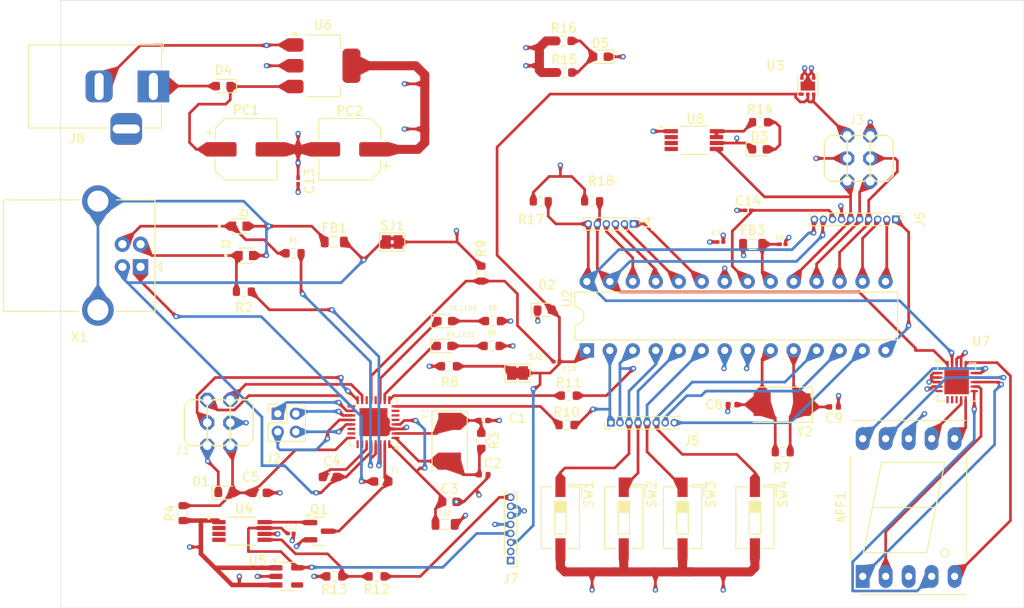
<source format=kicad_pcb>
(kicad_pcb (version 20240108) (generator "pcbnew") (generator_version "8.0")
  (layers (0 "F.Cu" signal) (1 "In1.Cu" signal "GND") (2 "In2.Cu" signal "VCC") (31 "B.Cu" signal) (34 "B.Paste" user) (35 "F.Paste" user) (36 "B.SilkS" user "B.Silkscreen") (37 "F.SilkS" user "F.Silkscreen") (38 "B.Mask" user) (39 "F.Mask" user) (44 "Edge.Cuts" user))
  (net 0 "")
  (net 1 "/DISP G")
  (net 2 "/DISP DP")
  (net 3 "/DISP A")
  (net 4 "/DISP B")
  (net 5 "/DISP D")
  (net 7 "/DISP C")
  (net 8 "+5V")
  (net 9 "/DISP E")
  (net 10 "/DISP F")
  (net 11 "Net-(U1-PC0{slash}XTAL2)")
  (net 12 "GND")
  (net 14 "Net-(U1-XTAL1)")
  (net 15 "Net-(U1-AVCC)")
  (net 16 "/TP_UVAC")
  (net 17 "/UGND")
  (net 18 "/RESET2")
  (net 19 "/AVCC")
  (net 20 "Net-(U2-XTAL1{slash}PB6)")
  (net 21 "Net-(U2-XTAL2{slash}PB7)")
  (net 22 "/RESET")
  (net 23 "Net-(U1-~{HWB}{slash}PD7)")
  (net 24 "/+3V3")
  (net 25 "/AREF")
  (net 26 "Net-(D3-A)")
  (net 28 "Net-(D4-K)")
  (net 29 "Net-(D4-A)")
  (net 30 "Net-(D5-A)")
  (net 31 "Net-(X1-VBUS)")
  (net 32 "/USBVCC")
  (net 33 "Net-(X1-Shield)")
  (net 34 "/MISO2")
  (net 35 "/MOSI2")
  (net 36 "/SCK2")
  (net 37 "/PB6")
  (net 38 "/PB5")
  (net 39 "/PB7")
  (net 40 "/PB4")
  (net 41 "/SCK")
  (net 42 "/MOSI")
  (net 43 "/MISO")
  (net 44 "/SDA{slash}AD4")
  (net 45 "/AD0")
  (net 46 "/AD1")
  (net 47 "/AD3")
  (net 48 "/AD2")
  (net 49 "/SCL{slash}AD5")
  (net 50 "/IO3")
  (net 51 "/IO5")
  (net 52 "/IO0")
  (net 53 "/IO2")
  (net 54 "/IO6")
  (net 55 "/IO4")
  (net 56 "/IO1")
  (net 57 "/IO7")
  (net 58 "/IO9")
  (net 59 "/IO8")
  (net 60 "/SS")
  (net 62 "/VIN")
  (net 63 "Net-(Q1-G)")
  (net 64 "/RD+")
  (net 65 "Net-(X1-D+)")
  (net 66 "/RD-")
  (net 67 "Net-(X1-D-)")
  (net 68 "Net-(RX_LED1-A)")
  (net 69 "Net-(TX_LED1-A)")
  (net 70 "/M8TXD")
  (net 71 "/M8RXD")
  (net 72 "Net-(U4-+)")
  (net 73 "Net-(U8--)")
  (net 74 "/RXLED")
  (net 75 "/TXLED")
  (footprint "footprit_knjiznica:SOP65P490X110-8N" (layer "F.Cu") (at 80.25 142)
    (property "Reference" "U4")
    (property "Value" "LMV358IDGKR" (hide yes))
  )
  (footprint "Resistor_SMD:R_0603_1608Metric" (layer "F.Cu") (at 115.925 91.25)
    (property "Reference" "R15")
    (property "Value" "1k" (hide yes))
  )
  (footprint "Package_DFN_QFN:QFN-32-1EP_5x5mm_P0.5mm_EP3.1x3.1mm" (layer "F.Cu") (at 94.83 129.9375 180)
    (property "Reference" "U1" (hide yes))
    (property "Value" "ATmega16U2-M" (hide yes))
  )
  (footprint "footprit_knjiznica:SOP65P490X110-8N" (layer "F.Cu") (at 130.25 98.75)
    (property "Reference" "U8")
    (property "Value" "LMV358IDGKR" (hide yes))
  )
  (footprint "Package_DIP:DIP-28_W7.62mm" (layer "F.Cu") (at 118.42 122 90)
    (property "Reference" "U2")
    (property "Value" "ATmega328P-P" (hide yes))
  )
  (footprint "Connector_PinHeader_2.00mm:PinHeader_2x02_P2.00mm_Vertical" (layer "F.Cu") (at 84.25 129)
    (property "Reference" "J2")
    (property "Value" "Conn_02x02_Counter_Clockwise" (hide yes))
  )
  (footprint "Resistor_SMD:R_0603_1608Metric" (layer "F.Cu") (at 116.425 127)
    (property "Reference" "R11")
    (property "Value" "1k" (hide yes))
  )
  (footprint "Diode_SMD:D_0603_1608Metric" (layer "F.Cu") (at 78.4625 137.75)
    (property "Reference" "D1")
    (property "Value" "D" (hide yes))
  )
  (footprint "Capacitor_SMD:C_0201_0603Metric" (layer "F.Cu") (at 86.5 103.25 90)
    (property "Reference" "C13")
    (property "Value" "100n" (hide yes))
  )
  (footprint "Capacitor_SMD:C_0402_1005Metric" (layer "F.Cu") (at 145.75 128.25 180)
    (property "Reference" "C9")
    (property "Value" "22p" (hide yes))
  )
  (footprint "LED_SMD:LED_0603_1608Metric" (layer "F.Cu") (at 102.7125 118.75)
    (property "Reference" "TX_LED1")
    (property "Value" "BLUE" (hide yes))
  )
  (footprint "Crystal:Crystal_SMD_0603-2Pin_6.0x3.5mm" (layer "F.Cu") (at 140 128 180)
    (property "Reference" "Y2")
    (property "Value" "16MHz" (hide yes))
  )
  (footprint "Resistor_SMD:R_0603_1608Metric" (layer "F.Cu") (at 86 111.25)
    (property "Reference" "R1")
    (property "Value" "22R" (hide yes))
  )
  (footprint "Package_TO_SOT_SMD:SOT-23-5" (layer "F.Cu") (at 85.25 147)
    (property "Reference" "U5")
    (property "Value" "LP2985-3.3" (hide yes))
  )
  (footprint "Inductor_SMD:L_0805_2012Metric" (layer "F.Cu") (at 136.75 110.25)
    (property "Reference" "FB3")
    (property "Value" "FerriteBead" (hide yes))
  )
  (footprint "LED_SMD:LED_0603_1608Metric" (layer "F.Cu") (at 137.5 99.75)
    (property "Reference" "D3")
    (property "Value" "YELLOW" (hide yes))
  )
  (footprint "Capacitor_SMD:C_0402_1005Metric" (layer "F.Cu") (at 107.02 135.75 180)
    (property "Reference" "C2")
    (property "Value" "22p" (hide yes))
  )
  (footprint "footprit_knjiznica:ono" (layer "F.Cu") (at 148.48 94.25)
    (property "Reference" "J3")
    (property "Value" "Conn_PIC_ICSP_ICD" (hide yes))
  )
  (footprint "Crystal:Crystal_SMD_0603-2Pin_6.0x3.5mm" (layer "F.Cu") (at 103.25 132.05 -90)
    (property "Reference" "Y1")
    (property "Value" "16MHz" (hide yes))
  )
  (footprint "footprit_knjiznica:VARC1608X56N" (layer "F.Cu") (at 80.72 111.5)
    (property "Reference" "Z2")
    (property "Value" "R_Variable" (hide yes))
  )
  (footprint "Display_7Segment:7SegmentLED_LTS6760_LTS6780" (layer "F.Cu") (at 148.92 147 90)
    (property "Reference" "AFF1")
    (property "Value" "LTS-6960HR" (hide yes))
  )
  (footprint "Capacitor_SMD:C_0201_0603Metric" (layer "F.Cu") (at 136.25 106.5)
    (property "Reference" "C14")
    (property "Value" "100n" (hide yes))
  )
  (footprint "LED_SMD:LED_0603_1608Metric" (layer "F.Cu") (at 102.64375 121.5)
    (property "Reference" "RX_LED1")
    (property "Value" "BLUE" (hide yes))
  )
  (footprint "Resistor_SMD:R_0603_1608Metric" (layer "F.Cu") (at 140.075 133.25 180)
    (property "Reference" "R7")
    (property "Value" "1M" (hide yes))
  )
  (footprint "Resistor_SMD:R_0603_1608Metric" (layer "F.Cu") (at 73.75 140 90)
    (property "Reference" "R4")
    (property "Value" "10k" (hide yes))
  )
  (footprint "Package_TO_SOT_SMD:SOT-223-3_TabPin2" (layer "F.Cu") (at 89.25 90.5)
    (property "Reference" "U6")
    (property "Value" "NCP1117-5.0_SOT223" (hide yes))
  )
  (footprint "Resistor_SMD:R_0603_1608Metric" (layer "F.Cu") (at 80.5 115.5)
    (property "Reference" "R2")
    (property "Value" "22R" (hide yes))
  )
  (footprint "Capacitor_SMD:CP_Elec_6.3x5.4" (layer "F.Cu") (at 92.2 99.75 180)
    (property "Reference" "PC2")
    (property "Value" "47u" (hide yes))
  )
  (footprint "Resistor_SMD:R_0603_1608Metric" (layer "F.Cu") (at 115.85 87.75)
    (property "Reference" "R16")
    (property "Value" "1k" (hide yes))
  )
  (footprint "Fuse:Fuse_0603_1608Metric" (layer "F.Cu") (at 95.7125 136.5)
    (property "Reference" "F1")
    (property "Value" "Polyfuse" (hide yes))
  )
  (footprint "Connector_BarrelJack:BarrelJack_Horizontal" (layer "F.Cu") (at 70.5 92.7925)
    (property "Reference" "J8")
    (property "Value" "Jack-DC" (hide yes))
  )
  (footprint "Button_Switch_SMD:SW_DIP_SPSTx01_Slide_6.7x4.1mm_W6.73mm_P2.54mm_LowProfile_JPin" (layer "F.Cu") (at 137 140.5 -90)
    (property "Reference" "SW4")
    (property "Value" "SW_Push" (hide yes))
  )
  (footprint "Button_Switch_SMD:SW_DIP_SPSTx01_Slide_6.7x4.1mm_W6.73mm_P2.54mm_LowProfile_JPin" (layer "F.Cu") (at 115.5 140.5 -90)
    (property "Reference" "SW1")
    (property "Value" "SW_Push" (hide yes))
  )
  (footprint "Capacitor_SMD:C_0603_1608Metric" (layer "F.Cu") (at 90 136)
    (property "Reference" "C4")
    (property "Value" "1u" (hide yes))
  )
  (footprint "Capacitor_SMD:CP_Elec_6.3x5.4" (layer "F.Cu") (at 80.75 99.75)
    (property "Reference" "PC1")
    (property "Value" "47u" (hide yes))
  )
  (footprint "Package_TO_SOT_SMD:SOT-23" (layer "F.Cu") (at 88.8125 142)
    (property "Reference" "Q1")
    (property "Value" "FDN340P" (hide yes))
  )
  (footprint "Connector_PinHeader_1.00mm:PinHeader_1x08_P1.00mm_Vertical" (layer "F.Cu") (at 121.08 130 90)
    (property "Reference" "J5")
    (property "Value" "Conn_01x08" (hide yes))
  )
  (footprint "Capacitor_SMD:C_0603_1608Metric" (layer "F.Cu") (at 103.225 138.75)
    (property "Reference" "C3")
    (property "Value" "100n" (hide yes))
  )
  (footprint "Resistor_SMD:R_0603_1608Metric" (layer "F.Cu") (at 108.0375 118.75)
    (property "Reference" "R6")
    (property "Value" "10k" (hide yes))
  )
  (footprint "Resistor_SMD:R_0603_1608Metric" (layer "F.Cu") (at 106.75 132 -90)
    (property "Reference" "R3")
    (property "Value" "1M" (hide yes))
  )
  (footprint "Resistor_SMD:R_0603_1608Metric" (layer "F.Cu") (at 106.75 113.5 90)
    (property "Reference" "R9")
    (property "Value" "1k" (hide yes))
  )
  (footprint "Resistor_SMD:R_0603_1608Metric" (layer "F.Cu") (at 113.325 105.5)
    (property "Reference" "R17")
    (property "Value" "10k" (hide yes))
  )
  (footprint "Inductor_SMD:L_0805_2012Metric" (layer "F.Cu") (at 102.75 141.25)
    (property "Reference" "FB2")
    (property "Value" "FerriteBead" (hide yes))
  )
  (footprint "Button_Switch_SMD:SW_DIP_SPSTx01_Slide_6.7x4.1mm_W6.73mm_P2.54mm_LowProfile_JPin" (layer "F.Cu") (at 129 140.5 -90)
    (property "Reference" "SW3")
    (property "Value" "SW_Push" (hide yes))
  )
  (footprint "Capacitor_SMD:C_0201_0603Metric" (layer "F.Cu") (at 140.07 110.25)
    (property "Reference" "C6")
    (property "Value" "100n" (hide yes))
  )
  (footprint "Button_Switch_SMD:SW_DIP_SPSTx01_Slide_6.7x4.1mm_W6.73mm_P2.54mm_LowProfile_JPin" (layer "F.Cu") (at 122.5 140.5 -90)
    (property "Reference" "SW2")
    (property "Value" "SW_Push" (hide yes))
  )
  (footprint "Capacitor_SMD:C_0201_0603Metric" (layer "F.Cu") (at 85.68 142.25)
    (property "Reference" "C12")
    (property "Value" "1u" (hide yes))
  )
  (footprint "Capacitor_SMD:C_0402_1005Metric" (layer "F.Cu") (at 134.52 128)
    (property "Reference" "C8")
    (property "Value" "22p" (hide yes))
  )
  (footprint "LED_SMD:LED_0603_1608Metric" (layer "F.Cu") (at 119.925 89.5 180)
    (property "Reference" "D5")
    (property "Value" "GREEN" (hide yes))
  )
  (footprint "Jumper:SolderJumper-2_P1.3mm_Bridged2Bar_Pad1.0x1.5mm" (layer "F.Cu") (at 110.75 124.5)
    (property "Reference" "SJ2")
    (property "Value" "SolderJumper_2_Bridged" (hide yes))
  )
  (footprint "Connector_PinHeader_1.00mm:PinHeader_1x06_P1.00mm_Vertical" (layer "F.Cu") (at 123.58 108 -90)
    (property "Reference" "J4")
    (property "Value" "Conn_01x06" (hide yes))
  )
  (footprint "Resistor_SMD:R_0603_1608Metric" (layer "F.Cu") (at 119 105.5)
    (property "Reference" "R18")
    (property "Value" "10k" (hide yes))
  )
  (footprint "Resistor_SMD:R_0603_1608Metric" (layer "F.Cu") (at 103.175 123.75)
    (property "Reference" "R8")
    (property "Value" "10k" (hide yes))
  )
  (footprint "Capacitor_SMD:C_0402_1005Metric" (layer "F.Cu") (at 106.98 129.75 180)
    (property "Reference" "C1")
    (property "Value" "22p" (hide yes))
  )
  (footprint "Connector_PinHeader_1.00mm:PinHeader_1x10_P1.00mm_Vertical" (layer "F.Cu") (at 152.58 107.5 -90)
    (property "Reference" "J6")
    (property "Value" "Conn_01x10" (hide yes))
  )
  (footprint "Jumper:SolderJumper-2_P1.3mm_Bridged2Bar_Pad1.0x1.5mm" (layer "F.Cu") (at 96.9 110)
    (property "Reference" "SJ1")
    (property "Value" "SolderJumper_2_Bridged" (hide yes))
  )
  (footprint "Connector_USB:USB_B_OST_USB-B1HSxx_Horizontal" (layer "F.Cu") (at 69.0775 112.75 180)
    (property "Reference" "X1")
    (property "Value" "USB_B")
  )
  (footprint "Resistor_SMD:R_0603_1608Metric" (layer "F.Cu") (at 116.175 130.25)
    (property "Reference" "R10")
    (property "Value" "1k" (hide yes))
  )
  (footprint "Resistor_SMD:R_0603_1608Metric" (layer "F.Cu") (at 90.5 147 180)
    (property "Reference" "R13")
    (property "Value" "10k" (hide yes))
  )
  (footprint "Capacitor_SMD:C_0201_0603Metric" (layer "F.Cu") (at 133.18 110 180)
    (property "Reference" "C7")
    (property "Value" "100n" (hide yes))
  )
  (footprint "Connector_PinHeader_1.00mm:PinHeader_1x08_P1.00mm_Vertical" (layer "F.Cu") (at 110 145.25 180)
    (property "Reference" "J7")
    (property "Value" "Conn_01x08" (hide yes))
  )
  (footprint "Resistor_SMD:R_0603_1608Metric" (layer "F.Cu") (at 137.57 96.75)
    (property "Reference" "R14")
    (property "Value" "10k" (hide yes))
  )
  (footprint "Resistor_SMD:R_0603_1608Metric" (layer "F.Cu") (at 107.89375 121.5)
    (property "Reference" "R5")
    (property "Value" "10k" (hide yes))
  )
  (footprint "Capacitor_SMD:C_0603_1608Metric" (layer "F.Cu") (at 82.25 137.75)
    (property "Reference" "C5")
    (property "Value" "100n" (hide yes))
  )
  (footprint "Diode_SMD:D_0603_1608Metric" (layer "F.Cu") (at 78.2125 92.75 180)
    (property "Reference" "D4")
    (property "Value" "D" (hide yes))
  )
  (footprint "Package_DFN_QFN:QFN-20-1EP_4x4mm_P0.5mm_EP2.7x2.7mm" (layer "F.Cu") (at 159.3 125.5)
    (property "Reference" "U7")
    (property "Value" "MCP23008-xML" (hide yes))
  )
  (footprint "footprit_knjiznica:VARC1608X56N" (layer "F.Cu") (at 80 108.25)
    (property "Reference" "Z1")
    (property "Value" "R_Variable" (hide yes))
  )
  (footprint "Inductor_SMD:L_0805_2012Metric" (layer "F.Cu") (at 90.5 110)
    (property "Reference" "FB1")
    (property "Value" "FerriteBead" (hide yes))
  )
  (footprint "Capacitor_SMD:C_0201_0603Metric" (layer "F.Cu") (at 115.07 123.25)
    (property "Reference" "C10")
    (property "Value" "100n" (hide yes))
  )
  (footprint "Package_SON:WSON-6-1EP_2x2mm_P0.65mm_EP1x1.6mm" (layer "F.Cu") (at 142.85 92.75 -90)
    (property "Reference" "U3")
    (property "Value" "TVS3300DRV" (hide yes))
  )
  (footprint "Diode_SMD:D_0603_1608Metric" (layer "F.Cu") (at 113.75 117.5)
    (property "Reference" "D2")
    (property "Value" "D" (hide yes))
  )
  (footprint "Resistor_SMD:R_0603_1608Metric" (layer "F.Cu") (at 95.175 147 180)
    (property "Reference" "R12")
    (property "Value" "10k" (hide yes))
  )
  (footprint "footprit_knjiznica:ono" (layer "F.Cu") (at 77.73 136.5 180)
    (property "Reference" "J1")
    (property "Value" "Conn_PIC_ICSP_ICD" (hide yes))
  )
  (gr_rect (start 60.25 83.25) (end 166.75 150.5) (stroke (width 0.05)) (fill none) (layer "Edge.Cuts"))
  (segment (start 162 124.5) (end 162.5 124) (width 0.3) (layer "F.Cu") (net 1))
  (segment (start 161.25 124.5) (end 162 124.5) (width 0.3) (layer "F.Cu") (net 1))
  (via (at 162.5 124) (size 0.6) (drill 0.3) (layers "F.Cu" "B.Cu") (net 1))
  (segment (start 156.68 124) (end 148.92 131.76) (width 0.3) (layer "B.Cu") (net 1))
  (segment (start 162.5 124) (end 156.68 124) (width 0.3) (layer "B.Cu") (net 1))
  (segment (start 163.769239 123.35) (end 165.25 124.830761) (width 0.3) (layer "F.Cu") (net 2))
  (segment (start 160.5 123.35) (end 163.769239 123.35) (width 0.3) (layer "F.Cu") (net 2))
  (segment (start 165.25 124.830761) (end 165.25 140.83) (width 0.3) (layer "F.Cu") (net 2))
  (segment (start 165.25 140.83) (end 159.08 147) (width 0.3) (layer "F.Cu") (net 2))
  (segment (start 160.3 123.55) (end 160.5 123.35) (width 0.3) (layer "F.Cu") (net 2))
  (segment (start 159.8 127.935096) (end 156.54 131.195096) (width 0.3) (layer "F.Cu") (net 3))
  (segment (start 159.8 127.45) (end 159.8 127.935096) (width 0.3) (layer "F.Cu") (net 3))
  (segment (start 156.54 131.195096) (end 156.54 131.76) (width 0.3) (layer "F.Cu") (net 3))
  (segment (start 160.3 127.45) (end 160.3 130.54) (width 0.3) (layer "F.Cu") (net 4))
  (segment (start 160.3 130.54) (end 159.08 131.76) (width 0.3) (layer "F.Cu") (net 4))
  (segment (start 162 126.264904) (end 162 131.5) (width 0.3) (layer "F.Cu") (net 5))
  (segment (start 162 131.5) (end 151.46 142.04) (width 0.3) (layer "F.Cu") (net 5))
  (segment (start 151.46 142.04) (end 151.46 147) (width 0.3) (layer "F.Cu") (net 5))
  (segment (start 161.735096 126) (end 162 126.264904) (width 0.3) (layer "F.Cu") (net 5))
  (segment (start 161.25 126) (end 161.735096 126) (width 0.3) (layer "F.Cu") (net 5))
  (segment (start 161.25 128.5) (end 161.25 126.5) (width 0.3) (layer "F.Cu") (net 7))
  (via (at 161.25 128.5) (size 0.6) (drill 0.3) (layers "F.Cu" "B.Cu") (net 7))
  (segment (start 147.808 145.388) (end 161.25 131.946) (width 0.3) (layer "B.Cu") (net 7))
  (segment (start 147.808 148.612) (end 147.808 145.388) (width 0.3) (layer "B.Cu") (net 7))
  (segment (start 161.25 131.946) (end 161.25 128.5) (width 0.3) (layer "B.Cu") (net 7))
  (segment (start 154.928 148.612) (end 147.808 148.612) (width 0.3) (layer "B.Cu") (net 7))
  (segment (start 156.54 147) (end 154.928 148.612) (width 0.3) (layer "B.Cu") (net 7))
  (segment (start 86.315251 143.684749) (end 87.05 142.95) (width 0.3) (layer "F.Cu") (net 8))
  (segment (start 100.5 97.5) (end 100.5 92.5) (width 1) (layer "F.Cu") (net 8))
  (segment (start 135.93 106.5) (end 135 106.5) (width 0.3) (layer "F.Cu") (net 8))
  (segment (start 100.5 99) (end 100.5 97.5) (width 1) (layer "F.Cu") (net 8))
  (segment (start 79.2 147.95) (end 77.3 146.05) (width 0.5) (layer "F.Cu") (net 8))
  (segment (start 159.75 122.75) (end 159.5 122.75) (width 0.3) (layer "F.Cu") (net 8))
  (segment (start 112.5 104.5) (end 112.5 105.5) (width 0.3) (layer "F.Cu") (net 8))
  (segment (start 118.175 104.175) (end 116.75 102.75) (width 0.3) (layer "F.Cu") (net 8))
  (segment (start 159.3 123.55) (end 159.3 122.95) (width 0.3) (layer "F.Cu") (net 8))
  (segment (start 80 147.95) (end 79.2 147.95) (width 0.5) (layer "F.Cu") (net 8))
  (segment (start 135.6875 110.25) (end 135.6875 111.4375) (width 0.3) (layer "F.Cu") (net 8))
  (segment (start 110.25 121.5) (end 108.71875 121.5) (width 0.3) (layer "F.Cu") (net 8))
  (segment (start 113.175 89.25) (end 113.175 90.5) (width 1) (layer "F.Cu") (net 8))
  (segment (start 100.5 92.5) (end 98.25 92.5) (width 0.3) (layer "F.Cu") (net 8))
  (segment (start 116.75 102.75) (end 115.5 102.75) (width 0.3) (layer "F.Cu") (net 8))
  (segment (start 127.75 97.75) (end 125.75 97.75) (width 0.3) (layer "F.Cu") (net 8))
  (segment (start 75.75 140.825) (end 75.75 143.75) (width 0.5) (layer "F.Cu") (net 8))
  (segment (start 108.8625 118.75) (end 110 118.75) (width 0.3) (layer "F.Cu") (net 8))
  (segment (start 114.25 102.75) (end 112.5 104.5) (width 0.3) (layer "F.Cu") (net 8))
  (segment (start 77.3 146.05) (end 84.1125 146.05) (width 0.5) (layer "F.Cu") (net 8))
  (segment (start 75.75 143.75) (end 75.75 144.5) (width 0.5) (layer "F.Cu") (net 8))
  (segment (start 87.05 142.95) (end 87.875 142.95) (width 0.3) (layer "F.Cu") (net 8))
  (segment (start 99.5 90.5) (end 92.4 90.5) (width 1) (layer "F.Cu") (net 8))
  (segment (start 159.75 122.75) (end 160.25 122.25) (width 0.3) (layer "F.Cu") (net 8))
  (segment (start 159.5 122.75) (end 159.3 122.95) (width 0.3) (layer "F.Cu") (net 8))
  (segment (start 103.8125 141.25) (end 104 141.25) (width 0.3) (layer "F.Cu") (net 8))
  (segment (start 135.6875 111.4375) (end 135.75 111.5) (width 0.3) (layer "F.Cu") (net 8))
  (segment (start 156.669239 126) (end 156.399726 126.269513) (width 0.3) (layer "F.Cu") (net 8))
  (segment (start 99.75 99.75) (end 100.5 99) (width 1) (layer "F.Cu") (net 8))
  (segment (start 80 147.95) (end 80 147) (width 0.3) (layer "F.Cu") (net 8))
  (segment (start 86.1 90.5) (end 83 90.5) (width 0.3) (layer "F.Cu") (net 8))
  (segment (start 113.925 87.75) (end 113.175 88.5) (width 1) (layer "F.Cu") (net 8))
  (segment (start 100.5 91.5) (end 99.5 90.5) (width 1) (layer "F.Cu") (net 8))
  (segment (start 113.175 88.5) (end 111.675 88.5) (width 0.3) (layer "F.Cu") (net 8))
  (segment (start 112.9625 117.5) (end 112.9625 118.7125) (width 0.3) (layer "F.Cu") (net 8))
  (segment (start 75.75 143.75) (end 74.5 143.75) (width 0.3) (layer "F.Cu") (net 8))
  (segment (start 102.35 123.75) (end 101 123.75) (width 0.3) (layer "F.Cu") (net 8))
  (segment (start 113.425 91.25) (end 115.1 91.25) (width 1) (layer "F.Cu") (net 8))
  (segment (start 115.025 87.75) (end 113.925 87.75) (width 1) (layer "F.Cu") (net 8))
  (segment (start 133.5 110) (end 133.5 109.25) (width 0.3) (layer "F.Cu") (net 8))
  (segment (start 77.675 135.425) (end 76.5 134.25) (width 0.3) (layer "F.Cu") (net 8))
  (segment (start 118.175 105.5) (end 118.175 104.175) (width 0.3) (layer "F.Cu") (net 8))
  (segment (start 113.175 90.5) (end 113.175 91) (width 1) (layer "F.Cu") (net 8))
  (segment (start 73.75 140.825) (end 75.75 140.825) (width 0.5) (layer "F.Cu") (net 8))
  (segment (start 115.5 102.75) (end 115.5 101.5) (width 0.3) (layer "F.Cu") (net 8))
  (segment (start 75.75 140.825) (end 77.615 140.825) (width 0.5) (layer "F.Cu") (net 8))
  (segment (start 77.675 137.75) (end 77.675 135.425) (width 0.3) (layer "F.Cu") (net 8))
  (segment (start 149.75 98.21) (end 149.75 96.75) (width 0.3) (layer "F.Cu") (net 8))
  (segment (start 156.399726 126.269513) (end 156.031248 126.269513) (width 0.3) (layer "F.Cu") (net 8))
  (segment (start 113.175 91) (end 113.425 91.25) (width 1) (layer "F.Cu") (net 8))
  (segment (start 84.1125 147.95) (end 80 147.95) (width 0.5) (layer "F.Cu") (net 8))
  (segment (start 159.8 122.8) (end 159.75 122.75) (width 0.3) (layer "F.Cu") (net 8))
  (segment (start 159.8 123.55) (end 159.8 122.8) (width 0.3) (layer "F.Cu") (net 8))
  (segment (start 75.75 144.5) (end 77.3 146.05) (width 0.5) (layer "F.Cu") (net 8))
  (segment (start 77.615 140.825) (end 77.75 140.96) (width 0.5) (layer "F.Cu") (net 8))
  (segment (start 157.35 126) (end 156.669239 126) (width 0.3) (layer "F.Cu") (net 8))
  (segment (start 112.9625 118.7125) (end 113 118.75) (width 0.3) (layer "F.Cu") (net 8))
  (segment (start 104 141.25) (end 105 140.25) (width 0.3) (layer "F.Cu") (net 8))
  (segment (start 86.5 103.57) (end 86.5 104.5) (width 0.3) (layer "F.Cu") (net 8))
  (segment (start 100.5 92.5) (end 100.5 91.5) (width 1) (layer "F.Cu") (net 8))
  (segment (start 113.175 88.5) (end 113.175 89.25) (width 1) (layer "F.Cu") (net 8))
  (segment (start 95 99.75) (end 99.75 99.75) (width 1) (layer "F.Cu") (net 8))
  (segment (start 115.5 102.75) (end 114.25 102.75) (width 0.3) (layer "F.Cu") (net 8))
  (segment (start 100.5 97.5) (end 98.25 97.5) (width 0.3) (layer "F.Cu") (net 8))
  (segment (start 113.175 90.5) (end 111.675 90.5) (width 0.3) (layer "F.Cu") (net 8))
  (via (at 86.5 104.5) (size 0.6) (drill 0.3) (layers "F.Cu" "B.Cu") (net 8))
  (via (at 135.75 111.5) (size 0.6) (drill 0.3) (layers "F.Cu" "B.Cu") (net 8))
  (via (at 74.5 143.75) (size 0.6) (drill 0.3) (layers "F.Cu" "B.Cu") (net 8))
  (via (at 160.25 122.25) (size 0.6) (drill 0.3) (layers "F.Cu" "B.Cu") (net 8))
  (via (at 156.031248 126.269513) (size 0.6) (drill 0.3) (layers "F.Cu" "B.Cu") (net 8))
  (via (at 98.25 97.5) (size 0.6) (drill 0.3) (layers "F.Cu" "B.Cu") (net 8))
  (via (at 110.25 121.5) (size 0.6) (drill 0.3) (layers "F.Cu" "B.Cu") (net 8))
  (via (at 135 106.5) (size 0.6) (drill 0.3) (layers "F.Cu" "B.Cu") (net 8))
  (via (at 98.25 92.5) (size 0.6) (drill 0.3) (layers "F.Cu" "B.Cu") (net 8))
  (via (at 155.75 129) (size 0.6) (drill 0.3) (layers "F.Cu" "B.Cu") (net 8))
  (via (at 149.75 96.75) (size 0.6) (drill 0.3) (layers "F.Cu" "B.Cu") (net 8))
  (via (at 115.5 101.5) (size 0.6) (drill 0.3) (layers "F.Cu" "B.Cu") (net 8))
  (via (at 86.315251 143.684749) (size 0.6) (drill 0.3) (layers "F.Cu" "B.Cu") (net 8))
  (via (at 133.58 124) (size 0.6) (drill 0.3) (layers "F.Cu" "B.Cu") (net 8))
  (via (at 101 123.75) (size 0.6) (drill 0.3) (layers "F.Cu" "B.Cu") (net 8))
  (via (at 113 118.75) (size 0.6) (drill 0.3) (layers "F.Cu" "B.Cu") (net 8))
  (via (at 83 90.5) (size 0.6) (drill 0.3) (layers "F.Cu" "B.Cu") (net 8))
  (via (at 111.675 88.5) (size 0.6) (drill 0.3) (layers "F.Cu" "B.Cu") (net 8))
  (via (at 125.75 97.75) (size 0.6) (drill 0.3) (layers "F.Cu" "B.Cu") (net 8))
  (via (at 76.5 134.25) (size 0.6) (drill 0.3) (layers "F.Cu" "B.Cu") (net 8))
  (via (at 80 147) (size 0.6) (drill 0.3) (layers "F.Cu" "B.Cu") (net 8))
  (via (at 110 118.75) (size 0.6) (drill 0.3) (layers "F.Cu" "B.Cu") (net 8))
  (via (at 108.25 141.25) (size 0.6) (drill 0.3) (layers "F.Cu" "B.Cu") (net 8))
  (via (at 105 140.25) (size 0.6) (drill 0.3) (layers "F.Cu" "B.Cu") (net 8))
  (via (at 133.5 109.25) (size 0.6) (drill 0.3) (layers "F.Cu" "B.Cu") (net 8))
  (via (at 111.675 90.5) (size 0.6) (drill 0.3) (layers "F.Cu" "B.Cu") (net 8))
  (segment (start 154 131.76) (end 154 130.75) (width 0.3) (layer "B.Cu") (net 8))
  (segment (start 76.46 132.54) (end 76.46 134.21) (width 0.3) (layer "B.Cu") (net 8))
  (segment (start 154 130.75) (end 155.75 129) (width 0.3) (layer "B.Cu") (net 8))
  (segment (start 110 141.25) (end 108.25 141.25) (width 0.3) (layer "B.Cu") (net 8))
  (segment (start 133.66 123.92) (end 133.58 124) (width 0.3) (layer "B.Cu") (net 8))
  (segment (start 76.46 134.21) (end 76.5 134.25) (width 0.3) (layer "B.Cu") (net 8))
  (segment (start 133.66 122) (end 133.66 122.42) (width 0.3) (layer "B.Cu") (net 8))
  (segment (start 133.66 122) (end 133.66 123.92) (width 0.3) (layer "B.Cu") (net 8))
  (segment (start 163.988068 125.5) (end 164.247017 125.758949) (width 0.3) (layer "F.Cu") (net 9))
  (segment (start 161.25 125.5) (end 163.988068 125.5) (width 0.3) (layer "F.Cu") (net 9))
  (via (at 164.247017 125.758949) (size 0.6) (drill 0.3) (layers "F.Cu" "B.Cu") (net 9))
  (segment (start 163.5 132.42) (end 148.92 147) (width 0.3) (layer "B.Cu") (net 9))
  (segment (start 163.5 126.505966) (end 163.5 132.42) (width 0.3) (layer "B.Cu") (net 9))
  (segment (start 164.247017 125.758949) (end 163.5 126.505966) (width 0.3) (layer "B.Cu") (net 9))
  (segment (start 161.25 125) (end 164.5 125) (width 0.3) (layer "F.Cu") (net 10))
  (via (at 164.5 125) (size 0.6) (drill 0.3) (layers "F.Cu" "B.Cu") (net 10))
  (segment (start 164.5 125) (end 158.22 125) (width 0.3) (layer "B.Cu") (net 10))
  (segment (start 158.22 125) (end 151.46 131.76) (width 0.3) (layer "B.Cu") (net 10))
  (segment (start 103.35 129.75) (end 103.25 129.85) (width 0.3) (layer "F.Cu") (net 11))
  (segment (start 106.5 129.75) (end 103.35 129.75) (width 0.3) (layer "F.Cu") (net 11))
  (segment (start 103.25 129.85) (end 103.15 129.85) (width 0.3) (layer "F.Cu") (net 11))
  (segment (start 106.75 131.175) (end 106.75 130) (width 0.3) (layer "F.Cu") (net 11))
  (segment (start 106.75 130) (end 106.5 129.75) (width 0.3) (layer "F.Cu") (net 11))
  (segment (start 103.15 129.85) (end 101.8125 131.1875) (width 0.3) (layer "F.Cu") (net 11))
  (segment (start 101.8125 131.1875) (end 97.2675 131.1875) (width 0.3) (layer "F.Cu") (net 11))
  (segment (start 69.0425 88.25) (end 83 88.25) (width 0.3) (layer "F.Cu") (net 12))
  (segment (start 107.46 129.75) (end 108.75 129.75) (width 0.3) (layer "F.Cu") (net 12))
  (segment (start 134.04 128) (end 134.04 128.71) (width 0.3) (layer "F.Cu") (net 12))
  (segment (start 115.5 146) (end 116 146.5) (width 1) (layer "F.Cu") (net 12))
  (segment (start 157.35 125) (end 156.5 125) (width 0.3) (layer "F.Cu") (net 12))
  (segment (start 97.2675 130.6875) (end 98.3125 130.6875) (width 0.3) (layer "F.Cu") (net 12))
  (segment (start 146.23 127.02) (end 146.25 127) (width 0.3) (layer "F.Cu") (net 12))
  (segment (start 86 142.882718) (end 85.845619 143.037099) (width 0.3) (layer "F.Cu") (net 12))
  (segment (start 147.21 100.75) (end 143.75 100.75) (width 0.3) (layer "F.Cu") (net 12))
  (segment (start 86.5 102.93) (end 86.5 101.25) (width 0.3) (layer "F.Cu") (net 12))
  (segment (start 133.5 146.5) (end 130 146.5) (width 1) (layer "F.Cu") (net 12))
  (segment (start 83.55 99.75) (end 86.5 99.75) (width 1) (layer "F.Cu") (net 12))
  (segment (start 104.809999 138.75) (end 104 138.75) (width 0.3) (layer "F.Cu") (net 12))
  (segment (start 140.39 110.25) (end 140.39 109.86) (width 0.3) (layer "F.Cu") (net 12))
  (segment (start 128 146.5) (end 126 146.5) (width 1) (layer "F.Cu") (net 12))
  (segment (start 97.55 110) (end 104.075 110) (width 0.3) (layer "F.Cu") (net 12))
  (segment (start 83.025 137.75) (end 84.5 137.75) (width 0.3) (layer "F.Cu") (net 12))
  (segment (start 104.075 108.825) (end 104 108.75) (width 0.3) (layer "F.Cu") (net 12))
  (segment (start 95.58 130.6875) (end 94.83 129.9375) (width 0.3) (layer "F.Cu") (net 12))
  (segment (start 82.75 142.3) (end 84.25 142.3) (width 0.3) (layer "F.Cu") (net 12))
  (segment (start 64.5 92.7925) (end 69.0425 88.25) (width 0.3) (layer "F.Cu") (net 12))
  (segment (start 142.2 91.55) (end 142.5 91.25) (width 0.3) (layer "F.Cu") (net 12))
  (segment (start 146.58 107.5) (end 146.58 106.08) (width 0.3) (layer "F.Cu") (net 12))
  (segment (start 86.5 99.75) (end 89.4 99.75) (width 1) (layer "F.Cu") (net 12))
  (segment (start 106.154999 137.404999) (end 106.5 137.75) (width 0.3) (layer "F.Cu") (net 12))
  (segment (start 142.85 91.6) (end 142.9 91.6) (width 0.3) (layer "F.Cu") (net 12))
  (segment (start 119 146.5) (end 119 148.5) (width 0.3) (layer "F.Cu") (net 12))
  (segment (start 89.675 147) (end 88.25 147) (width 0.3) (layer "F.Cu") (net 12))
  (segment (start 133.66 112.91) (end 133.66 114.38) (width 0.3) (layer "F.Cu") (net 12))
  (segment (start 134.04 128.71) (end 134 128.75) (width 0.3) (layer "F.Cu") (net 12))
  (segment (start 132.86 110) (end 132 110) (width 0.3) (layer "F.Cu") (net 12))
  (segment (start 133.5 146.5) (end 133.5 147.5) (width 0.3) (layer "F.Cu") (net 12))
  (segment (start 142.5 91.25) (end 142.5 90.75) (width 0.3) (layer "F.Cu") (net 12))
  (segment (start 120.7125 89.5) (end 122.425 89.5) (width 0.3) (layer "F.Cu") (net 12))
  (segment (start 136.5 146.5) (end 133.5 146.5) (width 1) (layer "F.Cu") (net 12))
  (segment (start 142.85 92.75) (end 142.85 91.8625) (width 0.3) (layer "F.Cu") (net 12))
  (segment (start 135 99.05) (end 135 98.5) (width 0.3) (layer "F.Cu") (net 12))
  (segment (start 116 146.5) (end 119 146.5) (width 1) (layer "F.Cu") (net 12))
  (segment (start 132.75 99.05) (end 135 99.05) (width 0.3) (layer "F.Cu") (net 12))
  (segment (start 107.5 135.75) (end 107.5 136.059999) (width 0.3) (layer "F.Cu") (net 12))
  (segment (start 143.25 91.25) (end 143.5 91.5) (width 0.3) (layer "F.Cu") (net 12))
  (segment (start 84.1125 147) (end 82 147) (width 0.3) (layer "F.Cu") (net 12))
  (segment (start 106.154999 137.404999) (end 104.809999 138.75) (width 0.3) (layer "F.Cu") (net 12))
  (segment (start 142.85 91.6) (end 142.85 91.8625) (width 0.3) (layer "F.Cu") (net 12))
  (segment (start 140.39 109.86) (end 140.75 109.5) (width 0.3) (layer "F.Cu") (net 12))
  (segment (start 156.75 124.5) (end 156.5 124.75) (width 0.3) (layer "F.Cu") (net 12))
  (segment (start 157.35 125.5) (end 156.75 125.5) (width 0.3) (layer "F.Cu") (net 12))
  (segment (start 128.5 146.5) (end 128 146.5) (width 1) (layer "F.Cu") (net 12))
  (segment (start 142.9 91.6) (end 143.25 91.25) (width 0.3) (layer "F.Cu") (net 12))
  (segment (start 122.5 143.865) (end 122.5 146.5) (width 1) (layer "F.Cu") (net 12))
  (segment (start 128 146.5) (end 130 146.5) (width 1) (layer "F.Cu") (net 12))
  (segment (start 97.2675 130.6875) (end 95.58 130.6875) (width 0.3) (layer "F.Cu") (net 12))
  (segment (start 98.3125 130.6875) (end 98.5 130.5) (width 0.3) (layer "F.Cu") (net 12))
  (segment (start 126 146.5) (end 126 148.5) (width 0.3) (layer "F.Cu") (net 12))
  (segment (start 137 143.865) (end 137 146) (width 1) (layer "F.Cu") (net 12))
  (segment (start 137 146) (end 136.5 146.5) (width 1) (layer "F.Cu") (net 12))
  (segment (start 129 143.865) (end 129 146) (width 1) (layer "F.Cu") (net 12))
  (segment (start 146.58 106.08) (end 146.5 106) (width 0.3) (layer "F.Cu") (net 12))
  (segment (start 156.5 125) (end 156.5 124.75) (width 0.3) (layer "F.Cu") (net 12))
  (segment (start 86.5 99.75) (end 86.5 98) (width 0.3) (layer "F.Cu") (net 12))
  (segment (start 156.5 125.25) (end 156.5 125) (width 0.3) (layer "F.Cu") (net 12))
  (segment (start 146.23 128.25) (end 146.23 127.02) (width 0.3) (layer "F.Cu") (net 12))
  (segment (start 107.5 136.059999) (end 106.154999 137.404999) (width 0.3) (layer "F.Cu") (net 12))
  (segment (start 104.075 110) (end 104.075 108.825) (width 0.3) (layer "F.Cu") (net 12))
  (segment (start 156.5 125.25) (end 156.25 125.5) (width 0.3) (layer "F.Cu") (net 12))
  (segment (start 142.5 91.25) (end 142.85 91.6) (width 0.3) (layer "F.Cu") (net 12))
  (segment (start 86 142.25) (end 86 142.882718) (width 0.3) (layer "F.Cu") (net 12))
  (segment (start 143.5 91.5) (end 143.5 91.8625) (width 0.3) (layer "F.Cu") (net 12))
  (segment (start 86.1 88.2) (end 83.05 88.2) (width 0.3) (layer "F.Cu") (net 12))
  (segment (start 126 146.5) (end 122.5 146.5) (width 1) (layer "F.Cu") (net 12))
  (segment (start 122.5 146.5) (end 121.5 146.5) (width 1) (layer "F.Cu") (net 12))
  (segment (start 130 146.5) (end 129.5 146.5) (width 1) (layer "F.Cu") (net 12))
  (segment (start 135 99.05) (end 136.0125 99.05) (width 0.3) (layer "F.Cu") (net 12))
  (segment (start 86.5 99.75) (end 86.5 101.25) (width 0.3) (layer "F.Cu") (net 12))
  (segment (start 156.75 125.5) (end 156.5 125.25) (width 0.3) (layer "F.Cu") (net 12))
  (segment (start 115.5 143.865) (end 115.5 146) (width 1) (layer "F.Cu") (net 12))
  (segment (start 104.075 110) (end 106.75 112.675) (width 0.3) (layer "F.Cu") (net 12))
  (segment (start 106.5 137.75) (end 106.5 138) (width 0.3) (layer "F.Cu") (net 12))
  (segment (start 142.2 91.8625) (end 142.2 91.55) (width 0.3) (layer "F.Cu") (net 12))
  (segment (start 157.35 124.5) (end 156.75 124.5) (width 0.3) (layer "F.Cu") (net 12))
  (segment (start 136.0125 99.05) (end 136.7125 99.75) (width 0.3) (layer "F.Cu") (net 12))
  (segment (start 83.05 88.2) (end 83 88.25) (width 0.3) (layer "F.Cu") (net 12))
  (segment (start 143.25 91.25) (end 143.25 90.75) (width 0.3) (layer "F.Cu") (net 12))
  (segment (start 133.5 147.5) (end 133.5 148.5) (width 0.3) (layer "F.Cu") (net 12))
  (segment (start 119 146.5) (end 121.5 146.5) (width 1) (layer "F.Cu") (net 12))
  (via (at 84.25 142.3) (size 0.6) (drill 0.3) (layers "F.Cu" "B.Cu") (net 12))
  (via (at 146.5 106) (size 0.6) (drill 0.3) (layers "F.Cu" "B.Cu") (net 12))
  (via (at 111.5 139.75) (size 0.6) (drill 0.3) (layers "F.Cu" "B.Cu") (net 12))
  (via (at 98.5 130.5) (size 0.6) (drill 0.3) (layers "F.Cu" "B.Cu") (net 12))
  (via (at 86.5 98) (size 0.6) (drill 0.3) (layers "F.Cu" "B.Cu") (net 12))
  (via (at 84.5 137.75) (size 0.6) (drill 0.3) (layers "F.Cu" "B.Cu") (net 12))
  (via (at 122.425 89.5) (size 0.6) (drill 0.3) (layers "F.Cu" "B.Cu") (net 12))
  (via (at 80.75 130) (size 0.6) (drill 0.3) (layers "F.Cu" "B.Cu") (net 12))
  (via (at 136.08 124) (size 0.6) (drill 0.3) (layers "F.Cu" "B.Cu") (net 12))
  (via (at 104 138.75) (size 0.6) (drill 0.3) (layers "F.Cu" "B.Cu") (net 12))
  (via (at 143.25 90.75) (size 0.6) (drill 0.3) (layers "F.Cu" "B.Cu") (net 12))
  (via (at 133.66 112.91) (size 0.6) (drill 0.3) (layers "F.Cu" "B.Cu") (net 12))
  (via (at 134 128.75) (size 0.6) (drill 0.3) (layers "F.Cu" "B.Cu") (net 12))
  (via (at 143.75 100.75) (size 0.6) (drill 0.3) (layers "F.Cu" "B.Cu") (net 12))
  (via (at 88.25 147) (size 0.6) (drill 0.3) (layers "F.Cu" "B.Cu") (net 12))
  (via (at 156.25 125.5) (size 0.6) (drill 0.3) (layers "F.Cu" "B.Cu") (net 12))
  (via (at 140.75 109.5) (size 0.6) (drill 0.3) (layers "F.Cu" "B.Cu") (net 12))
  (via (at 119 148.5) (size 0.6) (drill 0.3) (layers "F.Cu" "B.Cu") (net 12))
  (via (at 104 108.75) (size 0.6) (drill 0.3) (layers "F.Cu" "B.Cu") (net 12))
  (via (at 132 110) (size 0.6) (drill 0.3) (layers "F.Cu" "B.Cu") (net 12))
  (via (at 86.5 101.25) (size 0.6) (drill 0.3) (layers "F.Cu" "B.Cu") (net 12))
  (via (at 146.25 127) (size 0.6) (drill 0.3) (layers "F.Cu" "B.Cu") (net 12))
  (via (at 85.845619 143.037099) (size 0.6) (drill 0.3) (layers "F.Cu" "B.Cu") (net 12))
  (via (at 106.5 138) (size 0.6) (drill 0.3) (layers "F.Cu" "B.Cu") (net 12))
  (via (at 142.5 90.75) (size 0.6) (drill 0.3) (layers "F.Cu" "B.Cu") (net 12))
  (via (at 126 148.5) (size 0.6) (drill 0.3) (layers "F.Cu" "B.Cu") (net 12))
  (via (at 82 147) (size 0.6) (drill 0.3) (layers "F.Cu" "B.Cu") (net 12))
  (via (at 135 98.5) (size 0.6) (drill 0.3) (layers "F.Cu" "B.Cu") (net 12))
  (via (at 83 88.25) (size 0.6) (drill 0.3) (layers "F.Cu" "B.Cu") (net 12))
  (via (at 108.75 129.75) (size 0.6) (drill 0.3) (layers "F.Cu" "B.Cu") (net 12))
  (via (at 133.5 148.5) (size 0.6) (drill 0.3) (layers "F.Cu" "B.Cu") (net 12))
  (segment (start 110 139.25) (end 110.75 139.25) (width 0.3) (layer "B.Cu") (net 12))
  (segment (start 111 139.75) (end 111.5 139.75) (width 0.3) (layer "B.Cu") (net 12))
  (segment (start 111 139.75) (end 111 140) (width 0.3) (layer "B.Cu") (net 12))
  (segment (start 79 130) (end 80.75 130) (width 0.3) (layer "B.Cu") (net 12))
  (segment (start 136.2 123.88) (end 136.08 124) (width 0.3) (layer "B.Cu") (net 12))
  (segment (start 110.75 139.25) (end 111 139.5) (width 0.3) (layer "B.Cu") (net 12))
  (segment (start 111 140) (end 110.75 140.25) (width 0.3) (layer "B.Cu") (net 12))
  (segment (start 136.2 122) (end 136.2 123.88) (width 0.3) (layer "B.Cu") (net 12))
  (segment (start 111 139.5) (end 111 139.75) (width 0.3) (layer "B.Cu") (net 12))
  (segment (start 110.75 140.25) (end 110 140.25) (width 0.3) (layer "B.Cu") (net 12))
  (segment (start 106.54 135.75) (end 104.75 135.75) (width 0.3) (layer "F.Cu") (net 14))
  (segment (start 104.75 135.75) (end 103.25 134.25) (width 0.3) (layer "F.Cu") (net 14))
  (segment (start 103.25 134.25) (end 99.83 134.25) (width 0.3) (layer "F.Cu") (net 14))
  (segment (start 99.83 134.25) (end 97.2675 131.6875) (width 0.3) (layer "F.Cu") (net 14))
  (segment (start 106.54 133.035) (end 106.75 132.825) (width 0.3) (layer "F.Cu") (net 14))
  (segment (start 106.54 135.75) (end 106.54 133.035) (width 0.3) (layer "F.Cu") (net 14))
  (segment (start 102.45 138.75) (end 102.45 138.245) (width 0.3) (layer "F.Cu") (net 15))
  (segment (start 99.5 129.75) (end 98.227596 129.75) (width 0.3) (layer "F.Cu") (net 15))
  (segment (start 102.45 138.245) (end 99.6025 135.3975) (width 0.3) (layer "F.Cu") (net 15))
  (segment (start 101.6875 139.5125) (end 102.45 138.75) (width 0.3) (layer "F.Cu") (net 15))
  (segment (start 101.6875 141.25) (end 101.6875 139.5125) (width 0.3) (layer "F.Cu") (net 15))
  (segment (start 100 135) (end 99.6025 135.3975) (width 0.3) (layer "F.Cu") (net 15))
  (segment (start 100.5 135) (end 100 135) (width 0.3) (layer "F.Cu") (net 15))
  (segment (start 98.227596 129.75) (end 97.790096 130.1875) (width 0.3) (layer "F.Cu") (net 15))
  (segment (start 97.790096 130.1875) (end 97.2675 130.1875) (width 0.3) (layer "F.Cu") (net 15))
  (segment (start 99.6025 135.3975) (end 96.58 132.375) (width 0.3) (layer "F.Cu") (net 15))
  (via (at 100.5 135) (size 0.6) (drill 0.3) (layers "F.Cu" "B.Cu") (net 15))
  (via (at 99.5 129.75) (size 0.6) (drill 0.3) (layers "F.Cu" "B.Cu") (net 15))
  (segment (start 100.5 130.75) (end 100.5 135) (width 0.3) (layer "B.Cu") (net 15))
  (segment (start 99.5 129.75) (end 100.5 130.75) (width 0.3) (layer "B.Cu") (net 15))
  (segment (start 91.802596 135.175) (end 90.05 135.175) (width 0.3) (layer "F.Cu") (net 16))
  (segment (start 90.05 135.175) (end 89.225 136) (width 0.3) (layer "F.Cu") (net 16))
  (segment (start 94.08 132.375) (end 94.08 132.897596) (width 0.3) (layer "F.Cu") (net 16))
  (segment (start 94.08 132.897596) (end 91.802596 135.175) (width 0.3) (layer "F.Cu") (net 16))
  (segment (start 94.58 132.375) (end 94.58 133.223655) (width 0.3) (layer "F.Cu") (net 17))
  (segment (start 95.5 110.25) (end 93.75 112) (width 0.3) (layer "F.Cu") (net 17))
  (segment (start 96 110.25) (end 95.5 110.25) (width 0.3) (layer "F.Cu") (net 17))
  (segment (start 91.803655 136) (end 90.775 136) (width 0.3) (layer "F.Cu") (net 17))
  (segment (start 89.025 137.75) (end 90.775 136) (width 0.3) (layer "F.Cu") (net 17))
  (segment (start 96.25 110) (end 96 110.25) (width 0.3) (layer "F.Cu") (net 17))
  (segment (start 88.5 137.75) (end 89.025 137.75) (width 0.3) (layer "F.Cu") (net 17))
  (segment (start 94 133.803654) (end 91.803655 135.999999) (width 0.3) (layer "F.Cu") (net 17))
  (segment (start 93.75 112) (end 91.75 110) (width 0.3) (layer "F.Cu") (net 17))
  (segment (start 91.803655 135.999999) (end 91.803655 136) (width 0.3) (layer "F.Cu") (net 17))
  (segment (start 91.75 110) (end 91.5625 110) (width 0.3) (layer "F.Cu") (net 17))
  (segment (start 94.58 133.223655) (end 94.026828 133.776828) (width 0.3) (layer "F.Cu") (net 17))
  (via (at 88.5 137.75) (size 0.6) (drill 0.3) (layers "F.Cu" "B.Cu") (net 17))
  (via (at 93.75 112) (size 0.6) (drill 0.3) (layers "F.Cu" "B.Cu") (net 17))
  (segment (start 68.5 114.5) (end 91.25 114.5) (width 0.3) (layer "B.Cu") (net 17))
  (segment (start 67.630992 114.5) (end 82.5 129.369008) (width 0.3) (layer "B.Cu") (net 17))
  (segment (start 67.625419 114.5) (end 68.5 114.5) (width 0.3) (layer "B.Cu") (net 17))
  (segment (start 67.0775 113.952081) (end 67.625419 114.5) (width 0.3) (layer "B.Cu") (net 17))
  (segment (start 82.5 134.75) (end 85 134.75) (width 0.3) (layer "B.Cu") (net 17))
  (segment (start 82.5 129.369008) (end 82.5 134.75) (width 0.3) (layer "B.Cu") (net 17))
  (segment (start 91.25 114.5) (end 93.75 112) (width 0.3) (layer "B.Cu") (net 17))
  (segment (start 85 134.75) (end 88 137.75) (width 0.3) (layer "B.Cu") (net 17))
  (segment (start 67.625419 114.5) (end 67.630992 114.5) (width 0.3) (layer "B.Cu") (net 17))
  (segment (start 88 137.75) (end 88.5 137.75) (width 0.3) (layer "B.Cu") (net 17))
  (segment (start 67.0775 112.75) (end 67.0775 113.952081) (width 0.3) (layer "B.Cu") (net 17))
  (segment (start 73.75 139.175) (end 77.825 139.175) (width 0.3) (layer "F.Cu") (net 18))
  (segment (start 90.642501 133) (end 86.225 133) (width 0.3) (layer "F.Cu") (net 18))
  (segment (start 81.475 137.75) (end 79.25 137.75) (width 0.3) (layer "F.Cu") (net 18))
  (segment (start 79.25 137.75) (end 79.25 132.79) (width 0.3) (layer "F.Cu") (net 18))
  (segment (start 92.3925 131.6875) (end 91.955001 131.6875) (width 0.3) (layer "F.Cu") (net 18))
  (segment (start 79.25 132.79) (end 79 132.54) (width 0.3) (layer "F.Cu") (net 18))
  (segment (start 77.825 139.175) (end 79.25 137.75) (width 0.3) (layer "F.Cu") (net 18))
  (segment (start 86.225 133) (end 81.475 137.75) (width 0.3) (layer "F.Cu") (net 18))
  (segment (start 91.955001 131.6875) (end 90.642501 133) (width 0.3) (layer "F.Cu") (net 18))
  (segment (start 137.8125 110.25) (end 137.8125 113.4525) (width 0.3) (layer "F.Cu") (net 19))
  (segment (start 139.75 110.25) (end 137.8125 110.25) (width 0.3) (layer "F.Cu") (net 19))
  (segment (start 137.8125 113.4525) (end 138.74 114.38) (width 0.3) (layer "F.Cu") (net 19))
  (segment (start 139.25 133.25) (end 139.25 129.45) (width 0.3) (layer "F.Cu") (net 20))
  (segment (start 137.8 128) (end 135 128) (width 0.3) (layer "F.Cu") (net 20))
  (segment (start 139.25 129.45) (end 137.8 128) (width 0.3) (layer "F.Cu") (net 20))
  (segment (start 137.8 128) (end 137.8 122.94) (width 0.3) (layer "F.Cu") (net 20))
  (segment (start 137.8 122.94) (end 138.74 122) (width 0.3) (layer "F.Cu") (net 20))
  (segment (start 142.45 128.25) (end 142.2 128) (width 0.3) (layer "F.Cu") (net 21))
  (segment (start 142.2 128) (end 142.2 127.55) (width 0.3) (layer "F.Cu") (net 21))
  (segment (start 140.9 129.3) (end 142.2 128) (width 0.3) (layer "F.Cu") (net 21))
  (segment (start 145.27 128.25) (end 142.45 128.25) (width 0.3) (layer "F.Cu") (net 21))
  (segment (start 140.9 133.25) (end 140.9 129.3) (width 0.3) (layer "F.Cu") (net 21))
  (segment (start 141.28 126.63) (end 141.28 122) (width 0.3) (layer "F.Cu") (net 21))
  (segment (start 142.2 127.55) (end 141.28 126.63) (width 0.3) (layer "F.Cu") (net 21))
  (segment (start 114.369168 124.5) (end 115.39 123.479168) (width 0.3) (layer "F.Cu") (net 22))
  (segment (start 142.85 94.15) (end 142.85 93.6375) (width 0.3) (layer "F.Cu") (net 22))
  (segment (start 115.39 118.3525) (end 115.39 123.25) (width 0.3) (layer "F.Cu") (net 22))
  (segment (start 112.75 126.25) (end 113.25 125.75) (width 0.3) (layer "F.Cu") (net 22))
  (segment (start 143.5 94.5) (end 143.25 94.5) (width 0.3) (layer "F.Cu") (net 22))
  (segment (start 117.17 123.25) (end 118.42 122) (width 0.3) (layer "F.Cu") (net 22))
  (segment (start 142.5 94.5) (end 142.85 94.15) (width 0.3) (layer "F.Cu") (net 22))
  (segment (start 114.3625 93.6375) (end 141.5 93.6375) (width 0.3) (layer "F.Cu") (net 22))
  (segment (start 108.5 111.4625) (end 108.5 99.5) (width 0.3) (layer "F.Cu") (net 22))
  (segment (start 115.39 123.25) (end 116.5 123.25) (width 0.3) (layer "F.Cu") (net 22))
  (segment (start 142.85 94.35) (end 142.85 94.15) (width 0.3) (layer "F.Cu") (net 22))
  (segment (start 141.5 94) (end 142 94.5) (width 0.3) (layer "F.Cu") (net 22))
  (segment (start 113.25 125.75) (end 113.25 124.5) (width 0.3) (layer "F.Cu") (net 22))
  (segment (start 111.4 124.5) (end 113.25 124.5) (width 0.3) (layer "F.Cu") (net 22))
  (segment (start 143 94.5) (end 142.85 94.35) (width 0.3) (layer "F.Cu") (net 22))
  (segment (start 104 123.75) (end 109.35 123.75) (width 0.3) (layer "F.Cu") (net 22))
  (segment (start 142 94.5) (end 142.5 94.5) (width 0.3) (layer "F.Cu") (net 22))
  (segment (start 141.5 93.6375) (end 142.2 93.6375) (width 0.3) (layer "F.Cu") (net 22))
  (segment (start 113.25 124.5) (end 114.369168 124.5) (width 0.3) (layer "F.Cu") (net 22))
  (segment (start 110.1 124.5) (end 111.4 124.5) (width 0.3) (layer "F.Cu") (net 22))
  (segment (start 114.5375 117.5) (end 115.39 118.3525) (width 0.3) (layer "F.Cu") (net 22))
  (segment (start 147.21 98.21) (end 143.5 94.5) (width 0.3) (layer "F.Cu") (net 22))
  (segment (start 141.5 93.6375) (end 141.5 94) (width 0.3) (layer "F.Cu") (net 22))
  (segment (start 114.5375 117.5) (end 108.5 111.4625) (width 0.3) (layer "F.Cu") (net 22))
  (segment (start 108.5 99.5) (end 114.3625 93.6375) (width 0.3) (layer "F.Cu") (net 22))
  (segment (start 115.39 123.479168) (end 115.39 123.25) (width 0.3) (layer "F.Cu") (net 22))
  (segment (start 109.35 123.75) (end 110.1 124.5) (width 0.3) (layer "F.Cu") (net 22))
  (segment (start 143.5 94.25) (end 143.25 94.5) (width 0.3) (layer "F.Cu") (net 22))
  (segment (start 143.25 94.5) (end 143 94.5) (width 0.3) (layer "F.Cu") (net 22))
  (segment (start 112.5 126.25) (end 112.75 126.25) (width 0.3) (layer "F.Cu") (net 22))
  (segment (start 116.5 123.25) (end 117.17 123.25) (width 0.3) (layer "F.Cu") (net 22))
  (segment (start 143.5 94.25) (end 143.5 93.6375) (width 0.3) (layer "F.Cu") (net 22))
  (via (at 112.5 126.25) (size 0.6) (drill 0.3) (layers "F.Cu" "B.Cu") (net 22))
  (segment (start 110.60104 143.25) (end 112.5 141.35104) (width 0.3) (layer "B.Cu") (net 22))
  (segment (start 110 143.25) (end 110.60104 143.25) (width 0.3) (layer "B.Cu") (net 22))
  (segment (start 112.5 141.35104) (end 112.5 126.25) (width 0.3) (layer "B.Cu") (net 22))
  (segment (start 110.75 119.25) (end 114.75 123.25) (width 0.3) (layer "F.Cu") (net 23))
  (segment (start 109.325 114.325) (end 110.75 115.75) (width 0.3) (layer "F.Cu") (net 23))
  (segment (start 106.75 114.325) (end 105.064604 114.325) (width 0.3) (layer "F.Cu") (net 23))
  (segment (start 94.58 124.809604) (end 94.58 127.5) (width 0.3) (layer "F.Cu") (net 23))
  (segment (start 110.75 115.75) (end 110.75 119.25) (width 0.3) (layer "F.Cu") (net 23))
  (segment (start 106.75 114.325) (end 109.325 114.325) (width 0.3) (layer "F.Cu") (net 23))
  (segment (start 105.064604 114.325) (end 94.58 124.809604) (width 0.3) (layer "F.Cu") (net 23))
  (segment (start 81 141.75) (end 81.1 141.65) (width 0.3) (layer "F.Cu") (net 24))
  (segment (start 86.4375 146) (end 86.3875 146.05) (width 0.3) (layer "F.Cu") (net 24))
  (segment (start 84.65 141.65) (end 85.25 142.25) (width 0.3) (layer "F.Cu") (net 24))
  (segment (start 84.5875 144.25) (end 81 144.25) (width 0.3) (layer "F.Cu") (net 24))
  (segment (start 86.3875 146.05) (end 84.5875 144.25) (width 0.3) (layer "F.Cu") (net 24))
  (segment (start 88 146) (end 86.4375 146) (width 0.3) (layer "F.Cu") (net 24))
  (segment (start 85.25 142.25) (end 85.36 142.25) (width 0.3) (layer "F.Cu") (net 24))
  (segment (start 81 144.25) (end 81 141.75) (width 0.3) (layer "F.Cu") (net 24))
  (segment (start 82.75 141.65) (end 84.65 141.65) (width 0.3) (layer "F.Cu") (net 24))
  (segment (start 81.1 141.65) (end 82.75 141.65) (width 0.3) (layer "F.Cu") (net 24))
  (via (at 88 146) (size 0.6) (drill 0.3) (layers "F.Cu" "B.Cu") (net 24))
  (segment (start 106.25 142.25) (end 102.5 146) (width 0.3) (layer "B.Cu") (net 24))
  (segment (start 110 142.25) (end 106.25 142.25) (width 0.3) (layer "B.Cu") (net 24))
  (segment (start 102.5 146) (end 88 146) (width 0.3) (layer "B.Cu") (net 24))
  (segment (start 145.58 107.5) (end 145.58 106.89896) (width 0.3) (layer "F.Cu") (net 25))
  (segment (start 145.58 106.89896) (end 145.18104 106.5) (width 0.3) (layer "F.Cu") (net 25))
  (segment (start 145.18104 106.5) (end 136.57 106.5) (width 0.3) (layer "F.Cu") (net 25))
  (segment (start 136.57 106.729168) (end 136.57 106.5) (width 0.3) (layer "F.Cu") (net 25))
  (segment (start 136.2 114.38) (end 134.5 112.68) (width 0.3) (layer "F.Cu") (net 25))
  (segment (start 134.5 112.68) (end 134.5 108.799168) (width 0.3) (layer "F.Cu") (net 25))
  (segment (start 134.5 108.799168) (end 136.57 106.729168) (width 0.3) (layer "F.Cu") (net 25))
  (segment (start 139.25 99.75) (end 138.2875 99.75) (width 0.3) (layer "F.Cu") (net 26))
  (segment (start 139.25 96.75) (end 139.75 97.25) (width 0.3) (layer "F.Cu") (net 26))
  (segment (start 138.395 96.75) (end 139.25 96.75) (width 0.3) (layer "F.Cu") (net 26))
  (segment (start 139.75 99.25) (end 139.25 99.75) (width 0.3) (layer "F.Cu") (net 26))
  (segment (start 139.75 97.25) (end 139.75 99.25) (width 0.3) (layer "F.Cu") (net 26))
  (segment (start 75.25 99.75) (end 74.5 99) (width 0.3) (layer "F.Cu") (net 28))
  (segment (start 79.05 92.8) (end 79 92.75) (width 0.3) (layer "F.Cu") (net 28))
  (segment (start 74.5 95.75) (end 75.5 94.75) (width 0.3) (layer "F.Cu") (net 28))
  (segment (start 75.5 94.75) (end 78.5 94.75) (width 0.3) (layer "F.Cu") (net 28))
  (segment (start 79 94.25) (end 79 92.75) (width 0.3) (layer "F.Cu") (net 28))
  (segment (start 78.5 94.75) (end 79 94.25) (width 0.3) (layer "F.Cu") (net 28))
  (segment (start 86.1 92.8) (end 79.05 92.8) (width 0.3) (layer "F.Cu") (net 28))
  (segment (start 77.95 99.75) (end 75.25 99.75) (width 0.3) (layer "F.Cu") (net 28))
  (segment (start 74.5 99) (end 74.5 95.75) (width 0.3) (layer "F.Cu") (net 28))
  (segment (start 70.5425 92.75) (end 70.5 92.7925) (width 0.3) (layer "F.Cu") (net 29))
  (segment (start 77.425 92.75) (end 70.5425 92.75) (width 0.3) (layer "F.Cu") (net 29))
  (segment (start 116.75 91.25) (end 117.3875 91.25) (width 0.3) (layer "F.Cu") (net 30))
  (segment (start 119.1375 89.5) (end 119.1375 89.2125) (width 0.3) (layer "F.Cu") (net 30))
  (segment (start 119.1375 89.2125) (end 117.675 87.75) (width 0.3) (layer "F.Cu") (net 30))
  (segment (start 117.675 87.75) (end 116.675 87.75) (width 0.3) (layer "F.Cu") (net 30))
  (segment (start 117.3875 91.25) (end 119.1375 89.5) (width 0.3) (layer "F.Cu") (net 30))
  (segment (start 69.0775 114.3275) (end 73 118.25) (width 0.3) (layer "F.Cu") (net 31))
  (segment (start 69.0775 112.75) (end 69.0775 114.3275) (width 0.3) (layer "F.Cu") (net 31))
  (segment (start 94.925 136.5) (end 93.5 136.5) (width 0.3) (layer "F.Cu") (net 31))
  (via (at 73 118.25) (size 0.6) (drill 0.3) (layers "F.Cu" "B.Cu") (net 31))
  (via (at 93.5 136.5) (size 0.6) (drill 0.3) (layers "F.Cu" "B.Cu") (net 31))
  (segment (start 93.5 129.330761) (end 82.419239 118.25) (width 0.3) (layer "B.Cu") (net 31))
  (segment (start 93.5 136.5) (end 93.5 129.330761) (width 0.3) (layer "B.Cu") (net 31))
  (segment (start 82.419239 118.25) (end 73 118.25) (width 0.3) (layer "B.Cu") (net 31))
  (segment (start 89.75 142) (end 91 142) (width 0.3) (layer "F.Cu") (net 32))
  (segment (start 91 142) (end 96.5 136.5) (width 0.3) (layer "F.Cu") (net 32))
  (segment (start 96.5 136.5) (end 96.08 136.08) (width 0.3) (layer "F.Cu") (net 32))
  (segment (start 96.08 136.08) (end 96.08 132.375) (width 0.3) (layer "F.Cu") (net 32))
  (segment (start 89.4375 110) (end 89.4375 109.6875) (width 0.3) (layer "F.Cu") (net 33))
  (segment (start 89.4375 109.6875) (end 88 108.25) (width 0.3) (layer "F.Cu") (net 33))
  (segment (start 83.25 108.25) (end 80.78 108.25) (width 0.3) (layer "F.Cu") (net 33))
  (segment (start 88 108.25) (end 83.25 108.25) (width 0.3) (layer "F.Cu") (net 33))
  (segment (start 81.5 111.5) (end 83 111.5) (width 0.3) (layer "F.Cu") (net 33))
  (via (at 83.25 108.25) (size 0.6) (drill 0.3) (layers "F.Cu" "B.Cu") (net 33))
  (via (at 83 111.5) (size 0.6) (drill 0.3) (layers "F.Cu" "B.Cu") (net 33))
  (segment (start 64.3675 117.52) (end 64.3675 105.48) (width 0.3) (layer "B.Cu") (net 33))
  (segment (start 80.48 105.48) (end 83.25 108.25) (width 0.3) (layer "B.Cu") (net 33))
  (segment (start 83 108.5) (end 83.25 108.25) (width 0.3) (layer "B.Cu") (net 33))
  (segment (start 83 111.5) (end 83 108.5) (width 0.3) (layer "B.Cu") (net 33))
  (segment (start 64.3675 105.48) (end 80.48 105.48) (width 0.3) (layer "B.Cu") (net 33))
  (segment (start 91.205 127) (end 92.3925 128.1875) (width 0.3) (layer "F.Cu") (net 34))
  (segment (start 79.465992 128.585) (end 81.050992 127) (width 0.3) (layer "F.Cu") (net 34))
  (segment (start 76.46 127.46) (end 77.585 128.585) (width 0.3) (layer "F.Cu") (net 34))
  (segment (start 81.050992 127) (end 91.205 127) (width 0.3) (layer "F.Cu") (net 34))
  (segment (start 77.585 128.585) (end 79.465992 128.585) (width 0.3) (layer "F.Cu") (net 34))
  (segment (start 75.335 126.994008) (end 77.329008 125) (width 0.3) (layer "F.Cu") (net 35))
  (segment (start 92.08 126.5) (end 93.08 127.5) (width 0.3) (layer "F.Cu") (net 35))
  (segment (start 92 126.5) (end 92.08 126.5) (width 0.3) (layer "F.Cu") (net 35))
  (segment (start 76.46 130) (end 75.335 128.875) (width 0.3) (layer "F.Cu") (net 35))
  (segment (start 77.329008 125) (end 91.25 125) (width 0.3) (layer "F.Cu") (net 35))
  (segment (start 75.335 128.875) (end 75.335 126.994008) (width 0.3) (layer "F.Cu") (net 35))
  (via (at 92 126.5) (size 0.6) (drill 0.3) (layers "F.Cu" "B.Cu") (net 35))
  (via (at 91.25 125) (size 0.6) (drill 0.3) (layers "F.Cu" "B.Cu") (net 35))
  (segment (start 91.25 125) (end 91.25 125.75) (width 0.3) (layer "B.Cu") (net 35))
  (segment (start 91.25 125.75) (end 92 126.5) (width 0.3) (layer "B.Cu") (net 35))
  (segment (start 80.71 125.75) (end 92.352596 125.75) (width 0.3) (layer "F.Cu") (net 36))
  (segment (start 79 127.46) (end 80.71 125.75) (width 0.3) (layer "F.Cu") (net 36))
  (segment (start 92.352596 125.75) (end 93.58 126.977404) (width 0.3) (layer "F.Cu") (net 36))
  (segment (start 93.58 126.977404) (end 93.58 127.5) (width 0.3) (layer "F.Cu") (net 36))
  (segment (start 92.3925 129.6875) (end 91.0625 129.6875) (width 0.3) (layer "F.Cu") (net 37))
  (segment (start 89.75 131) (end 89.75 131.75) (width 0.3) (layer "F.Cu") (net 37))
  (segment (start 91.0625 129.6875) (end 89.75 131) (width 0.3) (layer "F.Cu") (net 37))
  (via (at 89.75 131.75) (size 0.6) (drill 0.3) (layers "F.Cu" "B.Cu") (net 37))
  (segment (start 84.25 131) (end 84.25 132.75) (width 0.3) (layer "B.Cu") (net 37))
  (segment (start 84.5 133) (end 88.5 133) (width 0.3) (layer "B.Cu") (net 37))
  (segment (start 88.5 133) (end 89.75 131.75) (width 0.3) (layer "B.Cu") (net 37))
  (segment (start 84.25 132.75) (end 84.5 133) (width 0.3) (layer "B.Cu") (net 37))
  (segment (start 91 128.75) (end 91.4375 129.1875) (width 0.3) (layer "F.Cu") (net 38))
  (segment (start 91.4375 129.1875) (end 92.3925 129.1875) (width 0.3) (layer "F.Cu") (net 38))
  (via (at 91 128.75) (size 0.6) (drill 0.3) (layers "F.Cu" "B.Cu") (net 38))
  (segment (start 86.25 129) (end 86.5 128.75) (width 0.3) (layer "B.Cu") (net 38))
  (segment (start 86.5 129.25) (end 86.25 129) (width 0.3) (layer "B.Cu") (net 38))
  (segment (start 86.5 128.75) (end 91 128.75) (width 0.3) (layer "B.Cu") (net 38))
  (segment (start 91.8125 130.1875) (end 92.3925 130.1875) (width 0.3) (layer "F.Cu") (net 39))
  (segment (start 91 131) (end 91.8125 130.1875) (width 0.3) (layer "F.Cu") (net 39))
  (via (at 91 131) (size 0.6) (drill 0.3) (layers "F.Cu" "B.Cu") (net 39))
  (segment (start 91 131) (end 86.25 131) (width 0.3) (layer "B.Cu") (net 39))
  (segment (start 91 127.75) (end 91 127.817596) (width 0.3) (layer "F.Cu") (net 40))
  (segment (start 91.869904 128.6875) (end 92.3925 128.6875) (width 0.3) (layer "F.Cu") (net 40))
  (segment (start 91 127.817596) (end 91.869904 128.6875) (width 0.3) (layer "F.Cu") (net 40))
  (via (at 91 127.75) (size 0.6) (drill 0.3) (layers "F.Cu" "B.Cu") (net 40))
  (segment (start 84.25 129) (end 84.25 128.75) (width 0.3) (layer "B.Cu") (net 40))
  (segment (start 84.25 128.75) (end 85.25 127.75) (width 0.3) (layer "B.Cu") (net 40))
  (segment (start 85.25 127.75) (end 91 127.75) (width 0.3) (layer "B.Cu") (net 40))
  (segment (start 132.75 99.7) (end 138.05 105) (width 0.3) (layer "F.Cu") (net 41))
  (segment (start 147.58 103.66) (end 147.58 105) (width 0.3) (layer "F.Cu") (net 41))
  (segment (start 147.58 107.5) (end 147.58 107.596016) (width 0.3) (layer "F.Cu") (net 41))
  (segment (start 147.58 105) (end 147.58 107.5) (width 0.3) (layer "F.Cu") (net 41))
  (segment (start 141.28 113.896016) (end 141.28 114.38) (width 0.3) (layer "F.Cu") (net 41))
  (segment (start 138.05 105) (end 147.58 105) (width 0.3) (layer "F.Cu") (net 41))
  (segment (start 147.58 107.596016) (end 141.28 113.896016) (width 0.3) (layer "F.Cu") (net 41))
  (segment (start 147.21 103.29) (end 147.58 103.66) (width 0.3) (layer "F.Cu") (net 41))
  (segment (start 149.58 107.92) (end 146.36 111.14) (width 0.3) (layer "F.Cu") (net 42))
  (segment (start 149.58 107.5) (end 149.58 107.92) (width 0.3) (layer "F.Cu") (net 42))
  (segment (start 152.75 101) (end 152.75 102.21) (width 0.3) (layer "F.Cu") (net 42))
  (segment (start 152.75 102.21) (end 149.58 105.38) (width 0.3) (layer "F.Cu") (net 42))
  (segment (start 146.36 111.14) (end 146.36 114.38) (width 0.3) (layer "F.Cu") (net 42))
  (segment (start 149.58 105.38) (end 149.58 107.5) (width 0.3) (layer "F.Cu") (net 42))
  (segment (start 152.5 100.75) (end 152.75 101) (width 0.3) (layer "F.Cu") (net 42))
  (segment (start 149.75 100.75) (end 152.5 100.75) (width 0.3) (layer "F.Cu") (net 42))
  (segment (start 148.58 104.46) (end 148.58 107.5) (width 0.3) (layer "F.Cu") (net 43))
  (segment (start 149.75 103.29) (end 148.58 104.46) (width 0.3) (layer "F.Cu") (net 43))
  (segment (start 148.58 107.67) (end 143.82 112.43) (width 0.3) (layer "F.Cu") (net 43))
  (segment (start 143.82 112.43) (end 143.82 114.38) (width 0.3) (layer "F.Cu") (net 43))
  (segment (start 148.58 107.5) (end 148.58 107.67) (width 0.3) (layer "F.Cu") (net 43))
  (segment (start 119.825 107.755) (end 119.58 108) (width 0.3) (layer "F.Cu") (net 44))
  (segment (start 122.11 115.53) (end 120.96 114.38) (width 0.3) (layer "F.Cu") (net 44))
  (segment (start 158.3 123.55) (end 156.75 122) (width 0.3) (layer "F.Cu") (net 44))
  (segment (start 154.75 122) (end 154.75 121.75) (width 0.3) (layer "F.Cu") (net 44))
  (segment (start 144.5 109.25) (end 144.5 107.58) (width 0.3) (layer "F.Cu") (net 44))
  (segment (start 144.5 107.58) (end 144.58 107.5) (width 0.3) (layer "F.Cu") (net 44))
  (segment (start 119.58 108) (end 119.58 110.75) (width 0.3) (layer "F.Cu") (net 44))
  (segment (start 156.75 122) (end 154.75 122) (width 0.3) (layer "F.Cu") (net 44))
  (segment (start 148.5 115.5) (end 148.47 115.53) (width 0.3) (layer "F.Cu") (net 44))
  (segment (start 119.825 105.5) (end 119.825 107.755) (width 0.3) (layer "F.Cu") (net 44))
  (segment (start 148.47 115.53) (end 122.11 115.53) (width 0.3) (layer "F.Cu") (net 44))
  (segment (start 119.58 110.75) (end 119.58 113) (width 0.3) (layer "F.Cu") (net 44))
  (segment (start 154.75 121.75) (end 148.5 115.5) (width 0.3) (layer "F.Cu") (net 44))
  (segment (start 119.58 113) (end 120.96 114.38) (width 0.3) (layer "F.Cu") (net 44))
  (via (at 144.5 109.25) (size 0.6) (drill 0.3) (layers "F.Cu" "B.Cu") (net 44))
  (segment (start 141.6 112.15) (end 123.19 112.15) (width 0.3) (layer "B.Cu") (net 44))
  (segment (start 123.19 112.15) (end 120.96 114.38) (width 0.3) (layer "B.Cu") (net 44))
  (segment (start 144.5 109.25) (end 141.6 112.15) (width 0.3) (layer "B.Cu") (net 44))
  (segment (start 123.58 108) (end 124.74 108) (width 0.3) (layer "F.Cu") (net 45))
  (segment (start 124.74 108) (end 131.12 114.38) (width 0.3) (layer "F.Cu") (net 45))
  (segment (start 122.58 108) (end 122.58 108.38) (width 0.3) (layer "F.Cu") (net 46))
  (segment (start 122.58 108.38) (end 128.58 114.38) (width 0.3) (layer "F.Cu") (net 46))
  (segment (start 120.58 108.83) (end 120.58 108) (width 0.3) (layer "F.Cu") (net 47))
  (segment (start 123.5 111.75) (end 120.58 108.83) (width 0.3) (layer "F.Cu") (net 47))
  (segment (start 123.5 114.38) (end 123.5 111.75) (width 0.3) (layer "F.Cu") (net 47))
  (segment (start 126.04 113.06104) (end 126.04 114.38) (width 0.3) (layer "F.Cu") (net 48))
  (segment (start 121.58 108) (end 121.58 108.60104) (width 0.3) (layer "F.Cu") (net 48))
  (segment (start 121.58 108.60104) (end 126.04 113.06104) (width 0.3) (layer "F.Cu") (net 48))
  (segment (start 118.58 108) (end 118.58 114.22) (width 0.3) (layer "F.Cu") (net 49))
  (segment (start 114.15 107.15) (end 115 108) (width 0.3) (layer "F.Cu") (net 49))
  (segment (start 118.58 114.22) (end 118.42 114.38) (width 0.3) (layer "F.Cu") (net 49))
  (segment (start 158.8 123.55) (end 158.8 122.3) (width 0.3) (layer "F.Cu") (net 49))
  (segment (start 158.8 122.3) (end 158.75 122.25) (width 0.3) (layer "F.Cu") (net 49))
  (segment (start 114.15 105.5) (end 114.15 107.15) (width 0.3) (layer "F.Cu") (net 49))
  (segment (start 143.5 109) (end 143.5 107.58) (width 0.3) (layer "F.Cu") (net 49))
  (segment (start 143.5 107.58) (end 143.58 107.5) (width 0.3) (layer "F.Cu") (net 49))
  (segment (start 115 108) (end 118.58 108) (width 0.3) (layer "F.Cu") (net 49))
  (via (at 143.5 109) (size 0.6) (drill 0.3) (layers "F.Cu" "B.Cu") (net 49))
  (via (at 158.75 122.25) (size 0.6) (drill 0.3) (layers "F.Cu" "B.Cu") (net 49))
  (segment (start 118.42 114.38) (end 121.95 110.85) (width 0.3) (layer "B.Cu") (net 49))
  (segment (start 142.95 109) (end 141.1 110.85) (width 0.3) (layer "B.Cu") (net 49))
  (segment (start 121.95 110.85) (end 141.1 110.85) (width 0.3) (layer "B.Cu") (net 49))
  (segment (start 120.54 116.5) (end 153 116.5) (width 0.3) (layer "B.Cu") (net 49))
  (segment (start 153 116.5) (end 158.75 122.25) (width 0.3) (layer "B.Cu") (net 49))
  (segment (start 118.42 114.38) (end 120.54 116.5) (width 0.3) (layer "B.Cu") (net 49))
  (segment (start 143.5 109) (end 142.95 109) (width 0.3) (layer "B.Cu") (net 49))
  (segment (start 124.08 135.555) (end 122.5 137.135) (width 0.3) (layer "F.Cu") (net 50))
  (segment (start 124.08 130) (end 124.08 135.555) (width 0.3) (layer "F.Cu") (net 50))
  (segment (start 124.08 126.5) (end 124.08 130) (width 0.3) (layer "B.Cu") (net 50))
  (segment (start 128.58 122) (end 124.08 126.5) (width 0.3) (layer "B.Cu") (net 50))
  (segment (start 135 133.5) (end 137 135.5) (width 0.3) (layer "F.Cu") (net 51))
  (segment (start 137 135.5) (end 137 137.135) (width 0.3) (layer "F.Cu") (net 51))
  (segment (start 128.97896 133.5) (end 135 133.5) (width 0.3) (layer "F.Cu") (net 51))
  (segment (start 126.08 130) (end 126.08 130.60104) (width 0.3) (layer "F.Cu") (net 51))
  (segment (start 126.08 130.60104) (end 128.97896 133.5) (width 0.3) (layer "F.Cu") (net 51))
  (segment (start 130.08 125.5) (end 126.08 129.5) (width 0.3) (layer "B.Cu") (net 51))
  (segment (start 143.82 122) (end 140.32 125.5) (width 0.3) (layer "B.Cu") (net 51))
  (segment (start 126.08 129.39896) (end 126.08 130) (width 0.2) (layer "B.Cu") (net 51))
  (segment (start 126.08 129.5) (end 126.08 130) (width 0.3) (layer "B.Cu") (net 51))
  (segment (start 140.32 125.5) (end 130.08 125.5) (width 0.3) (layer "B.Cu") (net 51))
  (segment (start 117 130.25) (end 117.33 130.25) (width 0.3) (layer "F.Cu") (net 52))
  (segment (start 117.33 130.25) (end 119.08 128.5) (width 0.3) (layer "F.Cu") (net 52))
  (segment (start 120.96 129.88) (end 121.08 130) (width 0.2) (layer "F.Cu") (net 52))
  (via (at 119.08 128.5) (size 0.6) (drill 0.3) (layers "F.Cu" "B.Cu") (net 52))
  (segment (start 120.96 129.88) (end 121.08 130) (width 0.3) (layer "B.Cu") (net 52))
  (segment (start 120.96 128.5) (end 120.96 129.88) (width 0.3) (layer "B.Cu") (net 52))
  (segment (start 120.96 122) (end 120.96 128.5) (width 0.3) (layer "B.Cu") (net 52))
  (segment (start 119.08 128.5) (end 120.96 128.5) (width 0.3) (layer "B.Cu") (net 52))
  (segment (start 123.08 130) (end 123.08 133.42) (width 0.3) (layer "F.Cu") (net 53))
  (segment (start 123.08 133.42) (end 121.5 135) (width 0.3) (layer "F.Cu") (net 53))
  (segment (start 116 135) (end 115.5 135.5) (width 0.3) (layer "F.Cu") (net 53))
  (segment (start 115.5 135.5) (end 115.5 137.135) (width 0.3) (layer "F.Cu") (net 53))
  (segment (start 121.5 135) (end 116 135) (width 0.3) (layer "F.Cu") (net 53))
  (segment (start 123.08 126.5) (end 123.08 130) (width 0.3) (layer "B.Cu") (net 53))
  (segment (start 126.04 123.54) (end 123.08 126.5) (width 0.3) (layer "B.Cu") (net 53))
  (segment (start 126.04 122) (end 126.04 123.54) (width 0.3) (layer "B.Cu") (net 53))
  (segment (start 127.08 129.39896) (end 127.08 130) (width 0.3) (layer "B.Cu") (net 54))
  (segment (start 146.36 122) (end 141.86 126.5) (width 0.3) (layer "B.Cu") (net 54))
  (segment (start 131.08 127) (end 129.47896 127) (width 0.3) (layer "B.Cu") (net 54))
  (segment (start 141.86 126.5) (end 131.58 126.5) (width 0.3) (layer "B.Cu") (net 54))
  (segment (start 129.47896 127) (end 127.08 129.39896) (width 0.3) (layer "B.Cu") (net 54))
  (segment (start 131.58 126.5) (end 131.08 127) (width 0.3) (layer "B.Cu") (net 54))
  (segment (start 125.08 133.215) (end 129 137.135) (width 0.3) (layer "F.Cu") (net 55))
  (segment (start 125.08 130) (end 125.08 133.215) (width 0.3) (layer "F.Cu") (net 55))
  (segment (start 125.08 128.04) (end 125.08 130) (width 0.3) (layer "B.Cu") (net 55))
  (segment (start 131.12 122) (end 125.08 128.04) (width 0.3) (layer "B.Cu") (net 55))
  (segment (start 117.25 127) (end 120.58 127) (width 0.3) (layer "F.Cu") (net 56))
  (segment (start 120.58 127) (end 123.58 124) (width 0.3) (layer "F.Cu") (net 56))
  (via (at 123.58 124) (size 0.6) (drill 0.3) (layers "F.Cu" "B.Cu") (net 56))
  (segment (start 122.08 124) (end 122.08 130) (width 0.3) (layer "B.Cu") (net 56))
  (segment (start 123.5 122) (end 122.08 123.42) (width 0.3) (layer "B.Cu") (net 56))
  (segment (start 123.58 124) (end 122.08 124) (width 0.3) (layer "B.Cu") (net 56))
  (segment (start 122.08 123.42) (end 122.08 124) (width 0.3) (layer "B.Cu") (net 56))
  (segment (start 148.9 122) (end 140.9 130) (width 0.3) (layer "B.Cu") (net 57))
  (segment (start 140.9 130) (end 128.08 130) (width 0.3) (layer "B.Cu") (net 57))
  (segment (start 151.58 107.5) (end 151.58 114.24) (width 0.3) (layer "F.Cu") (net 58))
  (segment (start 151.58 114.24) (end 151.44 114.38) (width 0.3) (layer "F.Cu") (net 58))
  (segment (start 154 108.92) (end 152.58 107.5) (width 0.3) (layer "F.Cu") (net 59))
  (segment (start 154 119.25) (end 154 108.92) (width 0.3) (layer "F.Cu") (net 59))
  (via (at 154 119.25) (size 0.6) (drill 0.3) (layers "F.Cu" "B.Cu") (net 59))
  (segment (start 154 119.44) (end 154 119.25) (width 0.3) (layer "B.Cu") (net 59))
  (segment (start 151.44 122) (end 154 119.44) (width 0.3) (layer "B.Cu") (net 59))
  (segment (start 150.58 107.5) (end 150.58 107.92) (width 0.3) (layer "F.Cu") (net 60))
  (segment (start 148.9 109.6) (end 148.9 114.38) (width 0.3) (layer "F.Cu") (net 60))
  (segment (start 150.58 107.92) (end 148.9 109.6) (width 0.3) (layer "F.Cu") (net 60))
  (segment (start 96 147) (end 100 147) (width 0.3) (layer "F.Cu") (net 62))
  (segment (start 108.75 138.25) (end 110 138.25) (width 0.3) (layer "F.Cu") (net 62))
  (segment (start 100 147) (end 108.75 138.25) (width 0.3) (layer "F.Cu") (net 62))
  (segment (start 87.825 141) (end 87.875 141.05) (width 0.3) (layer "F.Cu") (net 63))
  (segment (start 82.75 141) (end 87.825 141) (width 0.3) (layer "F.Cu") (net 63))
  (segment (start 94.5 134.010761) (end 95.08 133.430761) (width 0.3) (layer "F.Cu") (net 64))
  (segment (start 95.08 133.430761) (end 95.08 132.375) (width 0.3) (layer "F.Cu") (net 64))
  (segment (start 86.825 115.575) (end 86.825 111.25) (width 0.3) (layer "F.Cu") (net 64))
  (segment (start 87 115.75) (end 86.825 115.575) (width 0.3) (layer "F.Cu") (net 64))
  (segment (start 94.5 134.75) (end 94.5 134.010761) (width 0.3) (layer "F.Cu") (net 64))
  (via (at 87 115.75) (size 0.6) (drill 0.3) (layers "F.Cu" "B.Cu") (net 64))
  (via (at 94.5 134.75) (size 0.6) (drill 0.3) (layers "F.Cu" "B.Cu") (net 64))
  (segment (start 94.5 123.25) (end 87 115.75) (width 0.3) (layer "B.Cu") (net 64))
  (segment (start 94.5 134.75) (end 94.5 123.25) (width 0.3) (layer "B.Cu") (net 64))
  (segment (start 67.0775 110.25) (end 67.380443 110.25) (width 0.3) (layer "F.Cu") (net 65))
  (segment (start 67.0775 110.25) (end 69.0775 108.25) (width 0.3) (layer "F.Cu") (net 65))
  (segment (start 84.25 111.25) (end 85.175 111.25) (width 0.3) (layer "F.Cu") (net 65))
  (segment (start 79.22 108.25) (end 80.72 109.75) (width 0.3) (layer "F.Cu") (net 65))
  (segment (start 82.75 109.75) (end 84.25 111.25) (width 0.3) (layer "F.Cu") (net 65))
  (segment (start 69.0775 108.25) (end 79.22 108.25) (width 0.3) (layer "F.Cu") (net 65))
  (segment (start 80.72 109.75) (end 82.75 109.75) (width 0.3) (layer "F.Cu") (net 65))
  (segment (start 83.325 117.5) (end 81.325 115.5) (width 0.3) (layer "F.Cu") (net 66))
  (segment (start 95.58 134.6) (end 95.58 132.375) (width 0.3) (layer "F.Cu") (net 66))
  (segment (start 90.25 117.5) (end 83.325 117.5) (width 0.3) (layer "F.Cu") (net 66))
  (segment (start 95.43 134.75) (end 95.58 134.6) (width 0.3) (layer "F.Cu") (net 66))
  (via (at 90.25 117.5) (size 0.6) (drill 0.3) (layers "F.Cu" "B.Cu") (net 66))
  (via (at 95.43 134.75) (size 0.6) (drill 0.3) (layers "F.Cu" "B.Cu") (net 66))
  (segment (start 95.43 122.68) (end 90.25 117.5) (width 0.3) (layer "B.Cu") (net 66))
  (segment (start 95.43 134.75) (end 95.43 122.68) (width 0.3) (layer "B.Cu") (net 66))
  (segment (start 69.0775 110.25) (end 70.3275 111.5) (width 0.3) (layer "F.Cu") (net 67))
  (segment (start 70.3275 111.5) (end 79.94 111.5) (width 0.3) (layer "F.Cu") (net 67))
  (segment (start 79.675 115.5) (end 79.675 111.765) (width 0.3) (layer "F.Cu") (net 67))
  (segment (start 79.675 111.765) (end 79.94 111.5) (width 0.3) (layer "F.Cu") (net 67))
  (segment (start 103.43125 121.5) (end 107.06875 121.5) (width 0.3) (layer "F.Cu") (net 68))
  (segment (start 103.5 118.75) (end 107.2125 118.75) (width 0.3) (layer "F.Cu") (net 69))
  (segment (start 113.2875 128.1875) (end 115.35 130.25) (width 0.3) (layer "F.Cu") (net 70))
  (segment (start 97.2675 128.1875) (end 113.2875 128.1875) (width 0.3) (layer "F.Cu") (net 70))
  (segment (start 115.6 127) (end 97.08 127) (width 0.3) (layer "F.Cu") (net 71))
  (segment (start 97.08 127) (end 96.58 127.5) (width 0.3) (layer "F.Cu") (net 71))
  (segment (start 91.325 147) (end 94.35 147) (width 0.3) (layer "F.Cu") (net 72))
  (segment (start 84.661262 142.95) (end 86.211262 144.5) (width 0.3) (layer "F.Cu") (net 72))
  (segment (start 86.211262 144.5) (end 89.75 144.5) (width 0.3) (layer "F.Cu") (net 72))
  (segment (start 89.75 144.5) (end 91.325 146.075) (width 0.3) (layer "F.Cu") (net 72))
  (segment (start 82.75 142.95) (end 84.661262 142.95) (width 0.3) (layer "F.Cu") (net 72))
  (segment (start 91.325 146.075) (end 91.325 147) (width 0.3) (layer "F.Cu") (net 72))
  (segment (start 135.745 97.75) (end 136.745 96.75) (width 0.3) (layer "F.Cu") (net 73))
  (segment (start 132.75 97.75) (end 135.745 97.75) (width 0.3) (layer "F.Cu") (net 73))
  (segment (start 132.75 98.4) (end 132.75 97.75) (width 0.3) (layer "F.Cu") (net 73))
  (segment (start 96.08 126.838751) (end 96.08 127.5) (width 0.3) (layer "F.Cu") (net 74))
  (segment (start 101.418751 121.5) (end 96.08 126.838751) (width 0.3) (layer "F.Cu") (net 74))
  (segment (start 101.85625 121.5) (end 101.418751 121.5) (width 0.3) (layer "F.Cu") (net 74))
  (segment (start 95.58 125.095) (end 95.58 127.5) (width 0.3) (layer "F.Cu") (net 75))
  (segment (start 101.925 118.75) (end 95.58 125.095) (width 0.3) (layer "F.Cu") (net 75))
)
</source>
